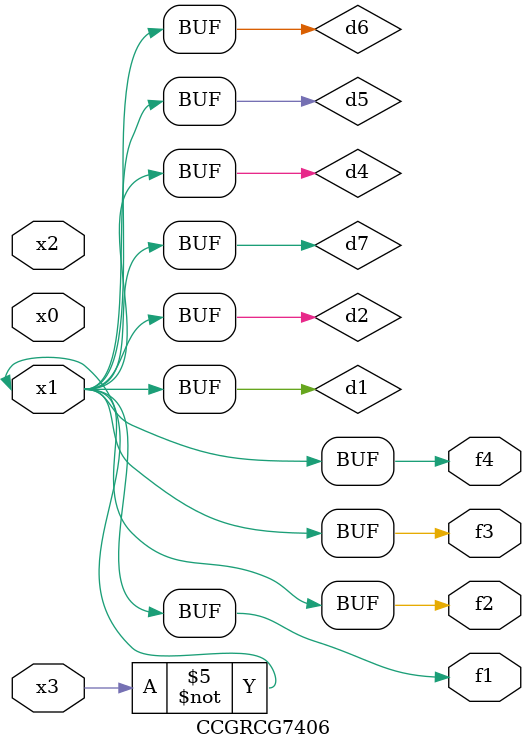
<source format=v>
module CCGRCG7406(
	input x0, x1, x2, x3,
	output f1, f2, f3, f4
);

	wire d1, d2, d3, d4, d5, d6, d7;

	not (d1, x3);
	buf (d2, x1);
	xnor (d3, d1, d2);
	nor (d4, d1);
	buf (d5, d1, d2);
	buf (d6, d4, d5);
	nand (d7, d4);
	assign f1 = d6;
	assign f2 = d7;
	assign f3 = d6;
	assign f4 = d6;
endmodule

</source>
